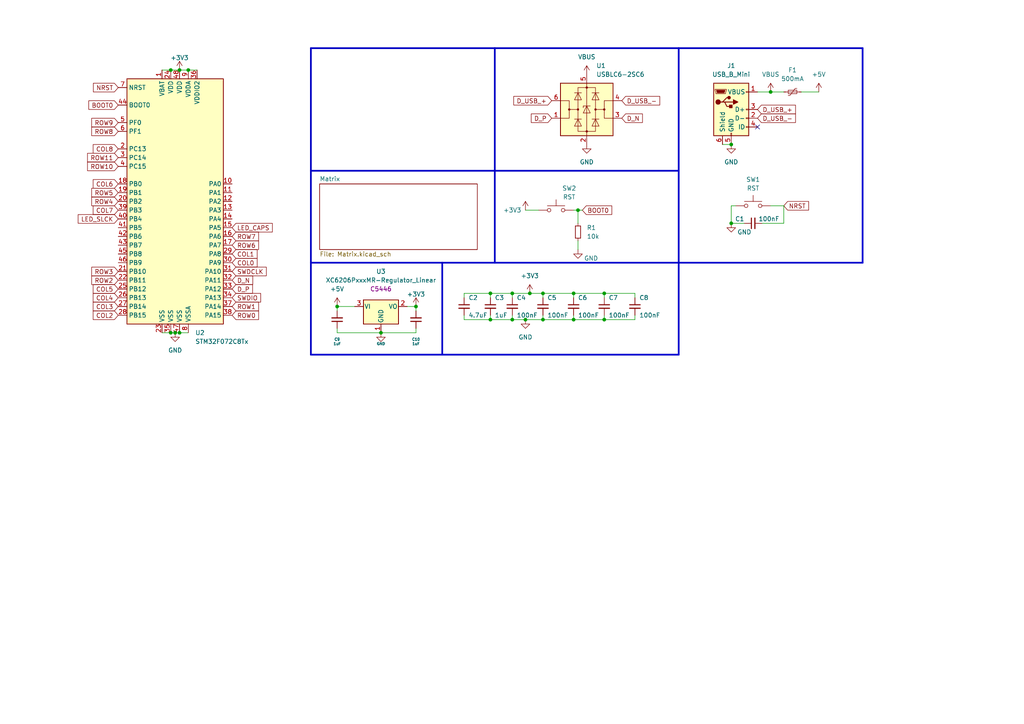
<source format=kicad_sch>
(kicad_sch (version 20211123) (generator eeschema)
  (paper "A4")
  (lib_symbols
    (symbol "Connector:USB_B_Mini" (pin_names (offset 1.016))
      (property "Reference" "J" (at -5.08 11.43 0))
      (property "Value" "USB_B_Mini" (at -5.08 8.89 0))
      (symbol "USB_B_Mini_0_1"
        (rectangle (start -5.08 -7.62) (end 5.08 7.62) (stroke (width 0.254)) (fill (type background)))
        (circle (center -3.81 2.159) (radius 0.635) (stroke (width 0.254)) (fill (type outline)))
        (circle (center -0.635 3.429) (radius 0.381) (stroke (width 0.254)) (fill (type outline)))
        (rectangle (start -0.127 -7.62) (end 0.127 -6.858))
        (polyline (pts (xy -1.905 2.159) (xy 0.635 2.159)) (stroke (width 0.254)))
        (polyline (pts (xy -3.175 2.159) (xy -2.54 2.159) (xy -1.27 3.429) (xy -0.635 3.429)) (stroke (width 0.254)))
        (polyline (pts (xy -2.54 2.159) (xy -1.905 2.159) (xy -1.27 0.889) (xy 0 0.889)) (stroke (width 0.254)))
        (polyline (pts (xy 0.635 2.794) (xy 0.635 1.524) (xy 1.905 2.159) (xy 0.635 2.794)) (stroke (width 0.254)) (fill (type outline)))
        (polyline (pts (xy -4.318 5.588) (xy -1.778 5.588) (xy -2.032 4.826) (xy -4.064 4.826) (xy -4.318 5.588)) (fill (type outline)))
        (polyline (pts (xy -4.699 5.842) (xy -4.699 5.588) (xy -4.445 4.826) (xy -4.445 4.572) (xy -1.651 4.572) (xy -1.651 4.826) (xy -1.397 5.588) (xy -1.397 5.842) (xy -4.699 5.842)))
        (rectangle (start 0.254 1.27) (end -0.508 0.508) (stroke (width 0.254)) (fill (type outline)))
        (rectangle (start 5.08 -5.207) (end 4.318 -4.953))
        (rectangle (start 5.08 -2.667) (end 4.318 -2.413))
        (rectangle (start 5.08 -0.127) (end 4.318 0.127))
        (rectangle (start 5.08 4.953) (end 4.318 5.207))
      )
      (symbol "USB_B_Mini_1_1"
        (pin power_out line (at 7.62 5.08 180) (length 2.54) (name "VBUS") (number "1"))
        (pin bidirectional line (at 7.62 -2.54 180) (length 2.54) (name "D-") (number "2"))
        (pin bidirectional line (at 7.62 0 180) (length 2.54) (name "D+") (number "3"))
        (pin passive line (at 7.62 -5.08 180) (length 2.54) (name "ID") (number "4"))
        (pin power_out line (at 0 -10.16 90) (length 2.54) (name "GND") (number "5"))
        (pin passive line (at -2.54 -10.16 90) (length 2.54) (name "Shield") (number "6"))
      )
    )
    (symbol "Device:C_Small" (pin_numbers hide) (pin_names (offset 0.254) hide)
      (property "Reference" "C" (at 0.254 1.778 0))
      (property "Value" "C_Small" (at 0.254 -2.032 0))
      (symbol "C_Small_0_1"
        (polyline (pts (xy -1.524 -0.508) (xy 1.524 -0.508)) (stroke (width 0.3302)))
        (polyline (pts (xy -1.524 0.508) (xy 1.524 0.508)) (stroke (width 0.3048)))
      )
      (symbol "C_Small_1_1"
        (pin passive line (at 0 2.54 270) (length 2.032) (name "~") (number "1"))
        (pin passive line (at 0 -2.54 90) (length 2.032) (name "~") (number "2"))
      )
    )
    (symbol "Device:Polyfuse_Small" (pin_numbers hide) (pin_names (offset 0))
      (property "Reference" "F" (at -1.905 0 90))
      (property "Value" "Polyfuse_Small" (at 1.905 0 90))
      (symbol "Polyfuse_Small_0_1"
        (rectangle (start -0.508 1.27) (end 0.508 -1.27))
        (polyline (pts (xy 0 2.54) (xy 0 -2.54)))
        (polyline (pts (xy -1.016 1.27) (xy -1.016 0.762) (xy 1.016 -0.762) (xy 1.016 -1.27)))
      )
      (symbol "Polyfuse_Small_1_1"
        (pin passive line (at 0 2.54 270) (length 0.635) (name "~") (number "1"))
        (pin passive line (at 0 -2.54 90) (length 0.635) (name "~") (number "2"))
      )
    )
    (symbol "Device:R_Small" (pin_numbers hide) (pin_names (offset 0.254) hide)
      (property "Reference" "R" (at 0.762 0.508 0))
      (property "Value" "R_Small" (at 0.762 -1.016 0))
      (symbol "R_Small_0_1"
        (rectangle (start -0.762 1.778) (end 0.762 -1.778) (stroke (width 0.2032)))
      )
      (symbol "R_Small_1_1"
        (pin passive line (at 0 2.54 270) (length 0.762) (name "~") (number "1"))
        (pin passive line (at 0 -2.54 90) (length 0.762) (name "~") (number "2"))
      )
    )
    (symbol "MCU_ST_STM32F0:STM32F072C8Tx"
      (property "Reference" "U" (at -15.24 36.83 0))
      (property "Value" "STM32F072C8Tx" (at 7.62 36.83 0))
      (symbol "STM32F072C8Tx_0_1"
        (rectangle (start -15.24 -35.56) (end 12.7 35.56) (stroke (width 0.254)) (fill (type background)))
      )
      (symbol "STM32F072C8Tx_1_1"
        (pin power_in line (at -5.08 38.1 270) (length 2.54) (name "VBAT") (number "1"))
        (pin bidirectional line (at 15.24 5.08 180) (length 2.54) (name "PA0") (number "10"))
        (pin bidirectional line (at 15.24 2.54 180) (length 2.54) (name "PA1") (number "11"))
        (pin bidirectional line (at 15.24 0 180) (length 2.54) (name "PA2") (number "12"))
        (pin bidirectional line (at 15.24 -2.54 180) (length 2.54) (name "PA3") (number "13"))
        (pin bidirectional line (at 15.24 -5.08 180) (length 2.54) (name "PA4") (number "14"))
        (pin bidirectional line (at 15.24 -7.62 180) (length 2.54) (name "PA5") (number "15"))
        (pin bidirectional line (at 15.24 -10.16 180) (length 2.54) (name "PA6") (number "16"))
        (pin bidirectional line (at 15.24 -12.7 180) (length 2.54) (name "PA7") (number "17"))
        (pin bidirectional line (at -17.78 5.08 0) (length 2.54) (name "PB0") (number "18"))
        (pin bidirectional line (at -17.78 2.54 0) (length 2.54) (name "PB1") (number "19"))
        (pin bidirectional line (at -17.78 15.24 0) (length 2.54) (name "PC13") (number "2"))
        (pin bidirectional line (at -17.78 0 0) (length 2.54) (name "PB2") (number "20"))
        (pin bidirectional line (at -17.78 -20.32 0) (length 2.54) (name "PB10") (number "21"))
        (pin bidirectional line (at -17.78 -22.86 0) (length 2.54) (name "PB11") (number "22"))
        (pin power_in line (at -5.08 -38.1 90) (length 2.54) (name "VSS") (number "23"))
        (pin power_in line (at -2.54 38.1 270) (length 2.54) (name "VDD") (number "24"))
        (pin bidirectional line (at -17.78 -25.4 0) (length 2.54) (name "PB12") (number "25"))
        (pin bidirectional line (at -17.78 -27.94 0) (length 2.54) (name "PB13") (number "26"))
        (pin bidirectional line (at -17.78 -30.48 0) (length 2.54) (name "PB14") (number "27"))
        (pin bidirectional line (at -17.78 -33.02 0) (length 2.54) (name "PB15") (number "28"))
        (pin bidirectional line (at 15.24 -15.24 180) (length 2.54) (name "PA8") (number "29"))
        (pin bidirectional line (at -17.78 12.7 0) (length 2.54) (name "PC14") (number "3"))
        (pin bidirectional line (at 15.24 -17.78 180) (length 2.54) (name "PA9") (number "30"))
        (pin bidirectional line (at 15.24 -20.32 180) (length 2.54) (name "PA10") (number "31"))
        (pin bidirectional line (at 15.24 -22.86 180) (length 2.54) (name "PA11") (number "32"))
        (pin bidirectional line (at 15.24 -25.4 180) (length 2.54) (name "PA12") (number "33"))
        (pin bidirectional line (at 15.24 -27.94 180) (length 2.54) (name "PA13") (number "34"))
        (pin power_in line (at -2.54 -38.1 90) (length 2.54) (name "VSS") (number "35"))
        (pin power_in line (at 5.08 38.1 270) (length 2.54) (name "VDDIO2") (number "36"))
        (pin bidirectional line (at 15.24 -30.48 180) (length 2.54) (name "PA14") (number "37"))
        (pin bidirectional line (at 15.24 -33.02 180) (length 2.54) (name "PA15") (number "38"))
        (pin bidirectional line (at -17.78 -2.54 0) (length 2.54) (name "PB3") (number "39"))
        (pin bidirectional line (at -17.78 10.16 0) (length 2.54) (name "PC15") (number "4"))
        (pin bidirectional line (at -17.78 -5.08 0) (length 2.54) (name "PB4") (number "40"))
        (pin bidirectional line (at -17.78 -7.62 0) (length 2.54) (name "PB5") (number "41"))
        (pin bidirectional line (at -17.78 -10.16 0) (length 2.54) (name "PB6") (number "42"))
        (pin bidirectional line (at -17.78 -12.7 0) (length 2.54) (name "PB7") (number "43"))
        (pin input line (at -17.78 27.94 0) (length 2.54) (name "BOOT0") (number "44"))
        (pin bidirectional line (at -17.78 -15.24 0) (length 2.54) (name "PB8") (number "45"))
        (pin bidirectional line (at -17.78 -17.78 0) (length 2.54) (name "PB9") (number "46"))
        (pin power_in line (at 0 -38.1 90) (length 2.54) (name "VSS") (number "47"))
        (pin power_in line (at 0 38.1 270) (length 2.54) (name "VDD") (number "48"))
        (pin input line (at -17.78 22.86 0) (length 2.54) (name "PF0") (number "5"))
        (pin input line (at -17.78 20.32 0) (length 2.54) (name "PF1") (number "6"))
        (pin input line (at -17.78 33.02 0) (length 2.54) (name "NRST") (number "7"))
        (pin power_in line (at 2.54 -38.1 90) (length 2.54) (name "VSSA") (number "8"))
        (pin power_in line (at 2.54 38.1 270) (length 2.54) (name "VDDA") (number "9"))
      )
    )
    (symbol "Power_Protection:USBLC6-2SC6" (pin_names hide)
      (property "Reference" "U" (at 2.54 8.89 0))
      (property "Value" "USBLC6-2SC6" (at 2.54 -8.89 0))
      (symbol "USBLC6-2SC6_0_1"
        (rectangle (start -7.62 -7.62) (end 7.62 7.62) (stroke (width 0.254)) (fill (type background)))
        (circle (center -5.08 0) (radius 0.254) (fill (type outline)))
        (circle (center -2.54 0) (radius 0.254) (fill (type outline)))
        (rectangle (start -2.54 6.35) (end 2.54 -6.35))
        (circle (center 0 -6.35) (radius 0.254) (fill (type outline)))
        (polyline (pts (xy -5.08 -2.54) (xy -7.62 -2.54)))
        (polyline (pts (xy -5.08 0) (xy -5.08 -2.54)))
        (polyline (pts (xy -5.08 2.54) (xy -7.62 2.54)))
        (polyline (pts (xy -1.524 -2.794) (xy -3.556 -2.794)))
        (polyline (pts (xy -1.524 4.826) (xy -3.556 4.826)))
        (polyline (pts (xy 0 -7.62) (xy 0 -6.35)))
        (polyline (pts (xy 0 -6.35) (xy 0 1.27)))
        (polyline (pts (xy 0 1.27) (xy 0 6.35)))
        (polyline (pts (xy 0 6.35) (xy 0 7.62)))
        (polyline (pts (xy 1.524 -2.794) (xy 3.556 -2.794)))
        (polyline (pts (xy 1.524 4.826) (xy 3.556 4.826)))
        (polyline (pts (xy 5.08 -2.54) (xy 7.62 -2.54)))
        (polyline (pts (xy 5.08 0) (xy 5.08 -2.54)))
        (polyline (pts (xy 5.08 2.54) (xy 7.62 2.54)))
        (polyline (pts (xy -2.54 0) (xy -5.08 0) (xy -5.08 2.54)))
        (polyline (pts (xy 2.54 0) (xy 5.08 0) (xy 5.08 2.54)))
        (polyline (pts (xy -3.556 -4.826) (xy -1.524 -4.826) (xy -2.54 -2.794) (xy -3.556 -4.826)))
        (polyline (pts (xy -3.556 2.794) (xy -1.524 2.794) (xy -2.54 4.826) (xy -3.556 2.794)))
        (polyline (pts (xy -1.016 -1.016) (xy 1.016 -1.016) (xy 0 1.016) (xy -1.016 -1.016)))
        (polyline (pts (xy 1.016 1.016) (xy 0.762 1.016) (xy -1.016 1.016) (xy -1.016 0.508)))
        (polyline (pts (xy 3.556 -4.826) (xy 1.524 -4.826) (xy 2.54 -2.794) (xy 3.556 -4.826)))
        (polyline (pts (xy 3.556 2.794) (xy 1.524 2.794) (xy 2.54 4.826) (xy 3.556 2.794)))
        (circle (center 0 6.35) (radius 0.254) (fill (type outline)))
        (circle (center 2.54 0) (radius 0.254) (fill (type outline)))
        (circle (center 5.08 0) (radius 0.254) (fill (type outline)))
      )
      (symbol "USBLC6-2SC6_1_1"
        (pin passive line (at -10.16 -2.54 0) (length 2.54) (name "I/O1") (number "1"))
        (pin passive line (at 0 -10.16 90) (length 2.54) (name "GND") (number "2"))
        (pin passive line (at 10.16 -2.54 180) (length 2.54) (name "I/O2") (number "3"))
        (pin passive line (at 10.16 2.54 180) (length 2.54) (name "I/O2") (number "4"))
        (pin passive line (at 0 10.16 270) (length 2.54) (name "VBUS") (number "5"))
        (pin passive line (at -10.16 2.54 0) (length 2.54) (name "I/O1") (number "6"))
      )
    )
    (symbol "Switch:SW_Push" (pin_numbers hide) (pin_names (offset 1.016) hide)
      (property "Reference" "SW" (at 1.27 2.54 0))
      (property "Value" "SW_Push" (at 0 -1.524 0))
      (symbol "SW_Push_0_1"
        (circle (center -2.032 0) (radius 0.508))
        (polyline (pts (xy 0 1.27) (xy 0 3.048)))
        (polyline (pts (xy 2.54 1.27) (xy -2.54 1.27)))
        (circle (center 2.032 0) (radius 0.508))
        (pin passive line (at -5.08 0 0) (length 2.54) (name "1") (number "1"))
        (pin passive line (at 5.08 0 180) (length 2.54) (name "2") (number "2"))
      )
    )
    (symbol "kicad-keyboard-parts:XC6206PxxxMR-Regulator_Linear" (pin_names (offset 0.254))
      (property "Reference" "U" (at -3.81 3.175 0))
      (property "Value" "XC6206PxxxMR-Regulator_Linear" (at 0 3.175 0))
      (property "LCSC" "C5446" (at 0 0 0))
      (symbol "XC6206PxxxMR-Regulator_Linear_0_1"
        (rectangle (start -5.08 1.905) (end 5.08 -5.08) (stroke (width 0.254)) (fill (type background)))
      )
      (symbol "XC6206PxxxMR-Regulator_Linear_1_1"
        (pin power_in line (at 0 -7.62 90) (length 2.54) (name "GND") (number "1"))
        (pin power_out line (at 7.62 0 180) (length 2.54) (name "VO") (number "2"))
        (pin power_in line (at -7.62 0 0) (length 2.54) (name "VI") (number "3"))
      )
    )
    (symbol "power:+3.3V" (power) (pin_names (offset 0))
      (property "Value" "+3.3V" (at 0 3.556 0))
      (symbol "+3.3V_0_1"
        (polyline (pts (xy -0.762 1.27) (xy 0 2.54)))
        (polyline (pts (xy 0 0) (xy 0 2.54)))
        (polyline (pts (xy 0 2.54) (xy 0.762 1.27)))
      )
      (symbol "+3.3V_1_1"
        (pin power_in line (at 0 0 90) (length 0) hide (name "+3V3") (number "1"))
      )
    )
    (symbol "power:+3V3" (power) (pin_names (offset 0))
      (property "Value" "+3V3" (at 0 3.556 0))
      (symbol "+3V3_0_1"
        (polyline (pts (xy -0.762 1.27) (xy 0 2.54)))
        (polyline (pts (xy 0 0) (xy 0 2.54)))
        (polyline (pts (xy 0 2.54) (xy 0.762 1.27)))
      )
      (symbol "+3V3_1_1"
        (pin power_in line (at 0 0 90) (length 0) hide (name "+3V3") (number "1"))
      )
    )
    (symbol "power:+5V" (power) (pin_names (offset 0))
      (property "Value" "+5V" (at 0 3.556 0))
      (symbol "+5V_0_1"
        (polyline (pts (xy -0.762 1.27) (xy 0 2.54)))
        (polyline (pts (xy 0 0) (xy 0 2.54)))
        (polyline (pts (xy 0 2.54) (xy 0.762 1.27)))
      )
      (symbol "+5V_1_1"
        (pin power_in line (at 0 0 90) (length 0) hide (name "+5V") (number "1"))
      )
    )
    (symbol "power:GND" (power) (pin_names (offset 0))
      (property "Value" "GND" (at 0 -3.81 0))
      (symbol "GND_0_1"
        (polyline (pts (xy 0 0) (xy 0 -1.27) (xy 1.27 -1.27) (xy 0 -2.54) (xy -1.27 -1.27) (xy 0 -1.27)))
      )
      (symbol "GND_1_1"
        (pin power_in line (at 0 0 270) (length 0) hide (name "GND") (number "1"))
      )
    )
    (symbol "power:VBUS" (power) (pin_names (offset 0))
      (property "Value" "VBUS" (at 0 3.81 0))
      (symbol "VBUS_0_1"
        (polyline (pts (xy -0.762 1.27) (xy 0 2.54)))
        (polyline (pts (xy 0 0) (xy 0 2.54)))
        (polyline (pts (xy 0 2.54) (xy 0.762 1.27)))
      )
      (symbol "VBUS_1_1"
        (pin power_in line (at 0 0 90) (length 0) hide (name "VBUS") (number "1"))
      )
    )
  )
  (junction (at 157.48 85.09))
  (junction (at 148.59 85.09))
  (junction (at 142.24 85.09))
  (junction (at 212.09 64.77))
  (junction (at 148.59 92.71))
  (junction (at 52.07 96.52))
  (junction (at 120.65 88.9) (diameter 0.9144))
  (junction (at 153.67 85.09))
  (junction (at 142.24 92.71))
  (junction (at 223.52 26.67))
  (junction (at 166.37 92.71))
  (junction (at 166.37 85.09))
  (junction (at 49.53 96.52))
  (junction (at 97.79 88.9) (diameter 0.9144))
  (junction (at 152.4 92.71))
  (junction (at 157.48 92.71))
  (junction (at 175.26 92.71))
  (junction (at 49.53 20.32))
  (junction (at 167.64 60.96))
  (junction (at 175.26 85.09))
  (junction (at 110.49 96.52) (diameter 0.9144))
  (junction (at 212.09 41.91))
  (junction (at 50.8 96.52))
  (junction (at 52.07 20.32))
  (junction (at 54.61 20.32))
  (no_connect (at 219.71 36.83))
  (polyline (pts (xy 143.51 49.53) (xy 196.85 49.53)) (stroke (width 0.5) (type solid)))
  (wire (pts (xy 157.48 85.09) (xy 166.37 85.09)))
  (wire (pts (xy 166.37 85.09) (xy 166.37 86.36)))
  (polyline (pts (xy 90.17 13.97) (xy 143.51 13.97)) (stroke (width 0.5) (type solid)))
  (wire (pts (xy 142.24 91.44) (xy 142.24 92.71)))
  (wire (pts (xy 166.37 85.09) (xy 175.26 85.09)))
  (wire (pts (xy 175.26 85.09) (xy 184.15 85.09)))
  (wire (pts (xy 167.64 60.96) (xy 167.64 64.77)))
  (wire (pts (xy 134.62 86.36) (xy 134.62 85.09)))
  (wire (pts (xy 134.62 85.09) (xy 142.24 85.09)))
  (wire (pts (xy 97.79 88.9) (xy 102.87 88.9)))
  (wire (pts (xy 134.62 91.44) (xy 134.62 92.71)))
  (wire (pts (xy 212.09 59.69) (xy 213.36 59.69)))
  (wire (pts (xy 166.37 60.96) (xy 167.64 60.96)))
  (wire (pts (xy 223.52 26.67) (xy 227.33 26.67)))
  (wire (pts (xy 54.61 20.32) (xy 52.07 20.32)))
  (wire (pts (xy 97.79 95.25) (xy 97.79 96.52)))
  (wire (pts (xy 50.8 96.52) (xy 52.07 96.52)))
  (wire (pts (xy 167.64 60.96) (xy 168.91 60.96)))
  (wire (pts (xy 232.41 26.67) (xy 237.49 26.67)))
  (polyline (pts (xy 90.17 102.87) (xy 196.85 102.87)) (stroke (width 0.5) (type solid)))
  (wire (pts (xy 46.99 20.32) (xy 49.53 20.32)))
  (wire (pts (xy 152.4 60.96) (xy 156.21 60.96)))
  (wire (pts (xy 220.98 64.77) (xy 227.33 64.77)))
  (polyline (pts (xy 90.17 49.53) (xy 143.51 49.53)) (stroke (width 0.5) (type solid)))
  (polyline (pts (xy 128.27 76.2) (xy 128.27 102.87)) (stroke (width 0.5) (type solid)))
  (polyline (pts (xy 90.17 76.2) (xy 90.17 102.87)) (stroke (width 0.5) (type solid)))
  (wire (pts (xy 142.24 85.09) (xy 142.24 86.36)))
  (wire (pts (xy 110.49 96.52) (xy 97.79 96.52)))
  (wire (pts (xy 157.48 92.71) (xy 166.37 92.71)))
  (wire (pts (xy 166.37 92.71) (xy 166.37 91.44)))
  (wire (pts (xy 227.33 64.77) (xy 227.33 59.69)))
  (wire (pts (xy 175.26 85.09) (xy 175.26 86.36)))
  (wire (pts (xy 175.26 91.44) (xy 175.26 92.71)))
  (wire (pts (xy 148.59 91.44) (xy 148.59 92.71)))
  (wire (pts (xy 223.52 59.69) (xy 227.33 59.69)))
  (wire (pts (xy 212.09 64.77) (xy 212.09 59.69)))
  (wire (pts (xy 219.71 26.67) (xy 223.52 26.67)))
  (wire (pts (xy 120.65 88.9) (xy 120.65 90.17)))
  (wire (pts (xy 148.59 85.09) (xy 142.24 85.09)))
  (wire (pts (xy 148.59 85.09) (xy 148.59 86.36)))
  (wire (pts (xy 142.24 92.71) (xy 148.59 92.71)))
  (wire (pts (xy 157.48 92.71) (xy 157.48 91.44)))
  (wire (pts (xy 134.62 92.71) (xy 142.24 92.71)))
  (wire (pts (xy 184.15 85.09) (xy 184.15 86.36)))
  (wire (pts (xy 54.61 20.32) (xy 57.15 20.32)))
  (wire (pts (xy 157.48 85.09) (xy 157.48 86.36)))
  (wire (pts (xy 166.37 92.71) (xy 175.26 92.71)))
  (wire (pts (xy 175.26 92.71) (xy 184.15 92.71)))
  (wire (pts (xy 184.15 91.44) (xy 184.15 92.71)))
  (polyline (pts (xy 90.17 76.2) (xy 143.51 76.2)) (stroke (width 0.5) (type solid)))
  (wire (pts (xy 167.64 69.85) (xy 167.64 72.39)))
  (wire (pts (xy 120.65 95.25) (xy 120.65 96.52)))
  (wire (pts (xy 110.49 96.52) (xy 120.65 96.52)))
  (wire (pts (xy 46.99 96.52) (xy 49.53 96.52)))
  (wire (pts (xy 148.59 92.71) (xy 152.4 92.71)))
  (wire (pts (xy 209.55 41.91) (xy 212.09 41.91)))
  (polyline (pts (xy 143.51 13.97) (xy 143.51 76.2)) (stroke (width 0.5) (type solid)))
  (polyline (pts (xy 143.51 13.97) (xy 196.85 13.97)) (stroke (width 0.5) (type solid)))
  (polyline (pts (xy 196.85 13.97) (xy 250.19 13.97)) (stroke (width 0.5) (type solid)))
  (polyline (pts (xy 143.51 76.2) (xy 196.85 76.2)) (stroke (width 0.5) (type solid)))
  (polyline (pts (xy 196.85 76.2) (xy 250.19 76.2)) (stroke (width 0.5) (type solid)))
  (polyline (pts (xy 196.85 76.2) (xy 196.85 13.97)) (stroke (width 0.5) (type solid)))
  (polyline (pts (xy 250.19 76.2) (xy 250.19 13.97)) (stroke (width 0.5) (type solid)))
  (wire (pts (xy 49.53 20.32) (xy 52.07 20.32)))
  (wire (pts (xy 215.9 64.77) (xy 212.09 64.77)))
  (polyline (pts (xy 90.17 76.2) (xy 90.17 13.97)) (stroke (width 0.5) (type solid)))
  (wire (pts (xy 52.07 96.52) (xy 54.61 96.52)))
  (polyline (pts (xy 196.85 76.2) (xy 196.85 102.87)) (stroke (width 0.5) (type solid)))
  (wire (pts (xy 97.79 88.9) (xy 97.79 90.17)))
  (wire (pts (xy 118.11 88.9) (xy 120.65 88.9)))
  (wire (pts (xy 49.53 96.52) (xy 50.8 96.52)))
  (wire (pts (xy 148.59 85.09) (xy 153.67 85.09)))
  (wire (pts (xy 153.67 85.09) (xy 157.48 85.09)))
  (wire (pts (xy 152.4 92.71) (xy 157.48 92.71)))
  (global_label "D_P" (shape input) (at 67.31 83.82 0) (property "Intersheet References" "${INTERSHEET_REFS}" (effects hide)))
  (global_label "D_P" (shape input) (at 160.02 34.29 180) (property "Intersheet References" "${INTERSHEET_REFS}" (effects hide)))
  (global_label "D_USB_-" (shape input) (at 219.71 34.29 0) (property "Intersheet References" "${INTERSHEET_REFS}" (effects hide)))
  (global_label "COL0" (shape input) (at 67.31 76.2 0) (property "Intersheet References" "${INTERSHEET_REFS}" (effects hide)))
  (global_label "ROW4" (shape input) (at 34.29 58.42 180) (property "Intersheet References" "${INTERSHEET_REFS}" (effects hide)))
  (global_label "SWDCLK" (shape input) (at 67.31 78.74 0) (property "Intersheet References" "${INTERSHEET_REFS}" (effects hide)))
  (global_label "ROW8" (shape input) (at 34.29 38.1 180) (property "Intersheet References" "${INTERSHEET_REFS}" (effects hide)))
  (global_label "ROW3" (shape input) (at 34.29 78.74 180) (property "Intersheet References" "${INTERSHEET_REFS}" (effects hide)))
  (global_label "ROW2" (shape input) (at 34.29 81.28 180) (property "Intersheet References" "${INTERSHEET_REFS}" (effects hide)))
  (global_label "ROW0" (shape input) (at 67.31 91.44 0) (property "Intersheet References" "${INTERSHEET_REFS}" (effects hide)))
  (global_label "ROW5" (shape input) (at 34.29 55.88 180) (property "Intersheet References" "${INTERSHEET_REFS}" (effects hide)))
  (global_label "D_USB_-" (shape input) (at 180.34 29.21 0) (property "Intersheet References" "${INTERSHEET_REFS}" (effects hide)))
  (global_label "SWDIO" (shape input) (at 67.31 86.36 0) (property "Intersheet References" "${INTERSHEET_REFS}" (effects hide)))
  (global_label "NRST" (shape input) (at 227.33 59.69 0) (property "Intersheet References" "${INTERSHEET_REFS}" (effects hide)))
  (global_label "ROW9" (shape input) (at 34.29 35.56 180) (property "Intersheet References" "${INTERSHEET_REFS}" (effects hide)))
  (global_label "COL6" (shape input) (at 34.29 53.34 180) (property "Intersheet References" "${INTERSHEET_REFS}" (effects hide)))
  (global_label "COL3" (shape input) (at 34.29 88.9 180) (property "Intersheet References" "${INTERSHEET_REFS}" (effects hide)))
  (global_label "COL7" (shape input) (at 34.29 60.96 180) (property "Intersheet References" "${INTERSHEET_REFS}" (effects hide)))
  (global_label "COL8" (shape input) (at 34.29 43.18 180) (property "Intersheet References" "${INTERSHEET_REFS}" (effects hide)))
  (global_label "NRST" (shape input) (at 34.29 25.4 180) (property "Intersheet References" "${INTERSHEET_REFS}" (effects hide)))
  (global_label "ROW1" (shape input) (at 67.31 88.9 0) (property "Intersheet References" "${INTERSHEET_REFS}" (effects hide)))
  (global_label "COL5" (shape input) (at 34.29 83.82 180) (property "Intersheet References" "${INTERSHEET_REFS}" (effects hide)))
  (global_label "D_N" (shape input) (at 67.31 81.28 0) (property "Intersheet References" "${INTERSHEET_REFS}" (effects hide)))
  (global_label "D_USB_+" (shape input) (at 219.71 31.75 0) (property "Intersheet References" "${INTERSHEET_REFS}" (effects hide)))
  (global_label "D_USB_+" (shape input) (at 160.02 29.21 180) (property "Intersheet References" "${INTERSHEET_REFS}" (effects hide)))
  (global_label "COL2" (shape input) (at 34.29 91.44 180) (property "Intersheet References" "${INTERSHEET_REFS}" (effects hide)))
  (global_label "ROW10" (shape input) (at 34.29 48.26 180) (property "Intersheet References" "${INTERSHEET_REFS}" (effects hide)))
  (global_label "ROW6" (shape input) (at 67.31 71.12 0) (property "Intersheet References" "${INTERSHEET_REFS}" (effects hide)))
  (global_label "COL4" (shape input) (at 34.29 86.36 180) (property "Intersheet References" "${INTERSHEET_REFS}" (effects hide)))
  (global_label "ROW7" (shape input) (at 67.31 68.58 0) (property "Intersheet References" "${INTERSHEET_REFS}" (effects hide)))
  (global_label "COL1" (shape input) (at 67.31 73.66 0) (property "Intersheet References" "${INTERSHEET_REFS}" (effects hide)))
  (global_label "ROW11" (shape input) (at 34.29 45.72 180) (property "Intersheet References" "${INTERSHEET_REFS}" (effects hide)))
  (global_label "BOOT0" (shape input) (at 34.29 30.48 180) (property "Intersheet References" "${INTERSHEET_REFS}" (effects hide)))
  (global_label "D_N" (shape input) (at 180.34 34.29 0) (property "Intersheet References" "${INTERSHEET_REFS}" (effects hide)))
  (global_label "BOOT0" (shape input) (at 168.91 60.96 0) (property "Intersheet References" "${INTERSHEET_REFS}" (effects hide)))
  (global_label "LED_CAPS" (shape input) (at 67.31 66.04 0) (property "Intersheet References" "${INTERSHEET_REFS}" (effects hide)))
  (global_label "LED_SLCK" (shape input) (at 34.29 63.5 180) (property "Intersheet References" "${INTERSHEET_REFS}" (effects hide)))
  (symbol (lib_id "power:GND") (at 152.4 92.71 0) (unit 1)
    (property "Reference" "#PWR013" (effects hide))
    (property "Value" "GND" (at 152.4 97.79 0))
  )
  (symbol (lib_id "Power_Protection:USBLC6-2SC6") (at 170.18 31.75 0) (unit 1)
    (property "Reference" "U1" (at 172.9487 19.05 0) (effects (justify left)))
    (property "Value" "USBLC6-2SC6" (at 172.9487 21.59 0) (effects (justify left)))
    (property "Footprint" "Package_TO_SOT_SMD:SOT-23-6" (effects hide))
    (property "Datasheet" "https://www.st.com/resource/en/datasheet/usblc6-2.pdf" (effects hide))
  )
  (symbol (lib_id "Device:C_Small") (at 97.79 92.71 180) (unit 1)
    (property "Reference" "C9" (at 97.79 98.425 0) (effects (font (size 0.762 0.762))))
    (property "Value" "1uF" (at 97.79 99.695 0) (effects (font (size 0.762 0.762))))
    (property "Footprint" "Capacitor_SMD:C_0402_1005Metric" (effects hide))
    (property "LCSC" "C52923" (effects hide))
  )
  (symbol (lib_id "Device:C_Small") (at 218.44 64.77 90) (unit 1)
    (property "Reference" "C1" (at 215.9 63.5 90) (effects (justify left)))
    (property "Value" "100nF" (at 226.06 63.5 90) (effects (justify left)))
    (property "Footprint" "Capacitor_SMD:C_0402_1005Metric" (effects hide))
    (property "LCSC" "C307331" (effects hide))
  )
  (symbol (lib_id "power:GND") (at 167.64 72.39 0) (unit 1)
    (property "Reference" "#PWR09" (effects hide))
    (property "Value" "GND" (at 171.45 74.93 0))
  )
  (symbol (lib_id "power:GND") (at 170.18 41.91 0) (unit 1)
    (property "Reference" "#PWR05" (effects hide))
    (property "Value" "GND" (at 170.18 46.99 0))
  )
  (symbol (lib_id "Switch:SW_Push") (at 218.44 59.69 0) (unit 1)
    (property "Reference" "SW1" (at 218.44 52.07 0))
    (property "Value" "RST" (at 218.44 54.61 0))
    (property "Footprint" "Button_Switch_SMD:SW_SPST_SKQG_WithoutStem" (effects hide))
  )
  (symbol (lib_id "Device:C_Small") (at 142.24 88.9 0) (unit 1)
    (property "Reference" "C3" (at 143.51 86.3599 0) (effects (justify left)))
    (property "Value" "1uF" (at 143.51 91.4399 0) (effects (justify left)))
    (property "Footprint" "Capacitor_SMD:C_0402_1005Metric" (effects hide))
    (property "LCSC" "C52923" (effects hide))
  )
  (symbol (lib_id "power:+5V") (at 97.79 88.9 0) (unit 1)
    (property "Reference" "#PWR011" (effects hide))
    (property "Value" "+5V" (at 97.79 83.82 0))
  )
  (symbol (lib_id "Switch:SW_Push") (at 161.29 60.96 0) (unit 1)
    (property "Reference" "SW2" (at 165.1 54.61 0))
    (property "Value" "RST" (at 165.1 57.15 0))
    (property "Footprint" "Button_Switch_SMD:SW_SPST_SKQG_WithoutStem" (effects hide))
  )
  (symbol (lib_id "power:+3.3V") (at 152.4 60.96 0) (unit 1)
    (property "Reference" "#PWR07" (effects hide))
    (property "Value" "+3.3V" (at 148.59 60.96 0))
  )
  (symbol (lib_id "Device:C_Small") (at 148.59 88.9 0) (unit 1)
    (property "Reference" "C4" (at 149.86 86.3599 0) (effects (justify left)))
    (property "Value" "100nF" (at 149.86 91.4399 0) (effects (justify left)))
    (property "Footprint" "Capacitor_SMD:C_0402_1005Metric" (effects hide))
    (property "LCSC" "C307331" (effects hide))
  )
  (symbol (lib_id "power:GND") (at 110.49 96.52 0) (unit 1)
    (property "Reference" "#PWR015" (effects hide))
    (property "Value" "GND" (at 110.49 99.695 0) (effects (font (size 0.762 0.762))))
  )
  (symbol (lib_id "power:VBUS") (at 223.52 26.67 0) (unit 1)
    (property "Reference" "#PWR03" (effects hide))
    (property "Value" "VBUS" (at 223.52 21.59 0))
  )
  (symbol (lib_id "Device:C_Small") (at 166.37 88.9 0) (unit 1)
    (property "Reference" "C6" (at 167.64 86.3599 0) (effects (justify left)))
    (property "Value" "100nF" (at 167.64 91.4399 0) (effects (justify left)))
    (property "Footprint" "Capacitor_SMD:C_0402_1005Metric" (effects hide))
    (property "LCSC" "C307331" (effects hide))
  )
  (symbol (lib_id "power:VBUS") (at 170.18 21.59 0) (unit 1)
    (property "Reference" "#PWR02" (effects hide))
    (property "Value" "VBUS" (at 170.18 16.51 0))
  )
  (symbol (lib_id "power:GND") (at 212.09 64.77 0) (unit 1)
    (property "Reference" "#PWR08" (effects hide))
    (property "Value" "GND" (at 215.9 67.31 0))
  )
  (symbol (lib_id "Device:C_Small") (at 134.62 88.9 0) (unit 1)
    (property "Reference" "C2" (at 135.89 86.3599 0) (effects (justify left)))
    (property "Value" "4.7uF" (at 135.89 91.4399 0) (effects (justify left)))
    (property "Footprint" "Capacitor_SMD:C_0402_1005Metric" (effects hide))
    (property "LCSC" "C52923" (effects hide))
  )
  (symbol (lib_id "Device:C_Small") (at 157.48 88.9 0) (unit 1)
    (property "Reference" "C5" (at 158.75 86.3599 0) (effects (justify left)))
    (property "Value" "100nF" (at 158.75 91.4399 0) (effects (justify left)))
    (property "Footprint" "Capacitor_SMD:C_0402_1005Metric" (effects hide))
    (property "LCSC" "C307331" (effects hide))
  )
  (symbol (lib_id "power:+3.3V") (at 120.65 88.9 0) (unit 1)
    (property "Reference" "#PWR012" (effects hide))
    (property "Value" "+3.3V" (at 120.65 85.3526 0))
  )
  (symbol (lib_id "power:GND") (at 212.09 41.91 0) (unit 1)
    (property "Reference" "#PWR06" (effects hide))
    (property "Value" "GND" (at 212.09 46.99 0))
  )
  (symbol (lib_id "kicad-keyboard-parts:XC6206PxxxMR-Regulator_Linear") (at 110.49 88.9 0) (unit 1)
    (property "Reference" "U3" (at 110.49 78.74 0))
    (property "Value" "XC6206PxxxMR-Regulator_Linear" (at 110.49 81.28 0))
    (property "Footprint" "Package_TO_SOT_SMD:SOT-23" (effects hide))
    (property "Datasheet" "https://www.torexsemi.com/file/xc6206/XC6206.pdf" (effects hide))
    (property "LCSC" "C5446" (at 110.49 83.82 0))
  )
  (symbol (lib_id "power:+3V3") (at 153.67 85.09 0) (unit 1)
    (property "Reference" "#PWR010" (effects hide))
    (property "Value" "+3V3" (at 153.67 80.01 0))
  )
  (symbol (lib_id "Device:C_Small") (at 184.15 88.9 0) (unit 1)
    (property "Reference" "C8" (at 185.42 86.3599 0) (effects (justify left)))
    (property "Value" "100nF" (at 185.42 91.4399 0) (effects (justify left)))
    (property "Footprint" "Capacitor_SMD:C_0402_1005Metric" (effects hide))
    (property "LCSC" "C307331" (effects hide))
  )
  (symbol (lib_id "power:+3.3V") (at 52.07 20.32 0) (unit 1)
    (property "Reference" "#PWR01" (effects hide))
    (property "Value" "+3.3V" (at 52.07 16.7726 0))
  )
  (symbol (lib_id "power:+5V") (at 237.49 26.67 0) (unit 1)
    (property "Reference" "#PWR04" (effects hide))
    (property "Value" "+5V" (at 237.49 21.59 0))
  )
  (symbol (lib_id "Device:C_Small") (at 175.26 88.9 0) (unit 1)
    (property "Reference" "C7" (at 176.53 86.3599 0) (effects (justify left)))
    (property "Value" "100nF" (at 176.53 91.4399 0) (effects (justify left)))
    (property "Footprint" "Capacitor_SMD:C_0402_1005Metric" (effects hide))
    (property "LCSC" "C307331" (effects hide))
  )
  (symbol (lib_id "MCU_ST_STM32F0:STM32F072C8Tx") (at 52.07 58.42 0) (unit 1)
    (property "Reference" "U2" (at 56.6294 96.52 0) (effects (justify left)))
    (property "Value" "STM32F072C8Tx" (at 56.6294 99.06 0) (effects (justify left)))
    (property "Footprint" "Package_QFP:LQFP-48_7x7mm_P0.5mm" (effects hide))
    (property "Datasheet" "http://www.st.com/st-web-ui/static/active/en/resource/technical/document/datasheet/DM00090510.pdf" (effects hide))
  )
  (symbol (lib_id "Device:C_Small") (at 120.65 92.71 180) (unit 1)
    (property "Reference" "C10" (at 120.65 98.425 0) (effects (font (size 0.762 0.762))))
    (property "Value" "1uF" (at 120.65 99.695 0) (effects (font (size 0.762 0.762))))
    (property "Footprint" "Capacitor_SMD:C_0402_1005Metric" (effects hide))
    (property "LCSC" "C52923" (effects hide))
  )
  (symbol (lib_id "Device:Polyfuse_Small") (at 229.87 26.67 90) (unit 1)
    (property "Reference" "F1" (at 229.87 20.32 90))
    (property "Value" "500mA" (at 229.87 22.86 90))
    (property "Footprint" "Fuse:Fuse_1206_3216Metric" (effects hide))
  )
  (symbol (lib_id "Device:R_Small") (at 167.64 67.31 0) (unit 1)
    (property "Reference" "R1" (at 170.18 66.0399 0) (effects (justify left)))
    (property "Value" "10k" (at 170.18 68.5799 0) (effects (justify left)))
    (property "Footprint" "Resistor_SMD:R_0402_1005Metric" (effects hide))
  )
  (symbol (lib_id "power:GND") (at 50.8 96.52 0) (unit 1)
    (property "Reference" "#PWR014" (effects hide))
    (property "Value" "GND" (at 50.8 101.6 0))
  )
  (symbol (lib_id "Connector:USB_B_Mini") (at 212.09 31.75 0) (unit 1)
    (property "Reference" "J1" (at 212.09 19.05 0))
    (property "Value" "USB_B_Mini" (at 212.09 21.59 0))
    (property "Footprint" "Keebio-Parts:USB-Mini-B_ LCSC-C46398" (effects hide))
    (property "LCSC" "    C105424" (effects hide))
  )
  (sheet (at 92.71 53.34) (size 45.72 19.05) (stroke (width 0.1524))
    (property "Sheet name" "Matrix" (at 92.71 52.6284 0) (effects (justify left bottom)))
    (property "Sheet file" "Matrix.kicad_sch" (at 92.71 72.9746 0) (effects (justify left top)))
  )
)
</source>
